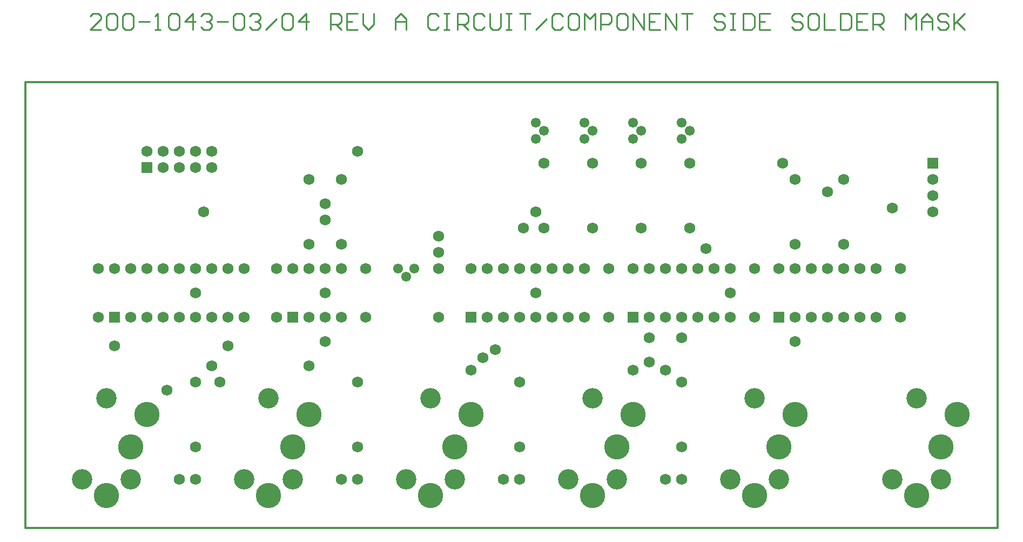
<source format=gbs>
*%FSLAX24Y24*%
*%MOIN*%
G01*
%ADD11C,0.0073*%
%ADD12C,0.0080*%
%ADD13C,0.0100*%
%ADD14C,0.0120*%
%ADD15C,0.0320*%
%ADD16C,0.0360*%
%ADD17C,0.0500*%
%ADD18C,0.0520*%
%ADD19C,0.0550*%
%ADD20C,0.0560*%
%ADD21C,0.0610*%
%ADD22C,0.0620*%
%ADD23C,0.0680*%
%ADD24C,0.0820*%
%ADD25C,0.0950*%
%ADD26C,0.1150*%
%ADD27C,0.1200*%
%ADD28C,0.1260*%
%ADD29C,0.1500*%
%ADD30C,0.1560*%
%ADD31R,0.0620X0.0620*%
%ADD32R,0.0680X0.0680*%
D13*
X69890Y95140D02*
X70556D01*
X69890D02*
X70556Y95806D01*
Y95973D01*
X70390Y96140D01*
X70057D01*
X69890Y95973D01*
X70890D02*
X71056Y96140D01*
X71390D01*
X71556Y95973D01*
Y95307D01*
X71390Y95140D01*
X71056D01*
X70890Y95307D01*
Y95973D01*
X71889D02*
X72056Y96140D01*
X72389D01*
X72556Y95973D01*
Y95307D01*
X72389Y95140D01*
X72056D01*
X71889Y95307D01*
Y95973D01*
X72889Y95640D02*
X73555D01*
X73889Y95140D02*
X74222D01*
X74055D01*
Y96140D01*
X74056D01*
X74055D02*
X73889Y95973D01*
X74722D02*
X74888Y96140D01*
X75222D01*
X75388Y95973D01*
Y95307D01*
X75222Y95140D01*
X74888D01*
X74722Y95307D01*
Y95973D01*
X76221Y96140D02*
Y95140D01*
X75721Y95640D02*
X76221Y96140D01*
X76388Y95640D02*
X75721D01*
X76721Y95973D02*
X76888Y96140D01*
X77221D01*
X77388Y95973D01*
Y95806D01*
X77389D01*
X77388D02*
X77389D01*
X77388D02*
X77389D01*
X77388D02*
X77221Y95640D01*
X77054D01*
X77221D01*
X77388Y95473D01*
Y95307D01*
X77221Y95140D01*
X76888D01*
X76721Y95307D01*
X77721Y95640D02*
X78387D01*
X78720Y95973D02*
X78887Y96140D01*
X79220D01*
X79387Y95973D01*
Y95307D01*
X79220Y95140D01*
X78887D01*
X78720Y95307D01*
Y95973D01*
X79720D02*
X79887Y96140D01*
X80220D01*
X80387Y95973D01*
Y95806D01*
X80388D01*
X80387D02*
X80388D01*
X80387D02*
X80388D01*
X80387D02*
X80220Y95640D01*
X80053D01*
X80220D01*
X80387Y95473D01*
Y95307D01*
X80220Y95140D01*
X79887D01*
X79720Y95307D01*
X80720Y95140D02*
X81386Y95806D01*
X81720Y95973D02*
X81886Y96140D01*
X82219D01*
X82386Y95973D01*
Y95307D01*
X82219Y95140D01*
X81886D01*
X81720Y95307D01*
Y95973D01*
X83219Y96140D02*
Y95140D01*
X82719Y95640D02*
X83219Y96140D01*
X83386Y95640D02*
X82719D01*
X84719Y95140D02*
Y96140D01*
X85218D01*
X85385Y95973D01*
Y95640D01*
X85218Y95473D01*
X84719D01*
X85052D02*
X85385Y95140D01*
X85718Y96140D02*
X86385D01*
X85718D02*
Y95140D01*
X86385D01*
X86051Y95640D02*
X85718D01*
X86718Y95473D02*
Y96140D01*
Y95473D02*
X87051Y95140D01*
X87384Y95473D01*
Y96140D01*
X88717Y95806D02*
Y95140D01*
Y95806D02*
X89050Y96140D01*
X89384Y95806D01*
Y95140D01*
Y95640D01*
X88717D01*
X91216Y96140D02*
X91383Y95973D01*
X91216Y96140D02*
X90883D01*
X90717Y95973D01*
Y95307D01*
X90883Y95140D01*
X91216D01*
X91383Y95307D01*
X91716Y96140D02*
X92050D01*
X91883D01*
Y95140D01*
X91716D01*
X92050D01*
X92549D02*
Y96140D01*
X93049D01*
X93216Y95973D01*
Y95640D01*
X93049Y95473D01*
X92549D01*
X92883D02*
X93216Y95140D01*
X94215Y95973D02*
X94049Y96140D01*
X93716D01*
X93549Y95973D01*
Y95307D01*
X93716Y95140D01*
X94049D01*
X94215Y95307D01*
X94549D02*
Y96140D01*
Y95307D02*
X94715Y95140D01*
X95049D01*
X95215Y95307D01*
Y96140D01*
X95548D02*
X95882D01*
X95715D01*
Y95140D01*
X95548D01*
X95882D01*
X96381Y96140D02*
X97048D01*
X96715D01*
Y95140D01*
X97381D02*
X98048Y95806D01*
X98881Y96140D02*
X99047Y95973D01*
X98881Y96140D02*
X98547D01*
X98381Y95973D01*
Y95307D01*
X98547Y95140D01*
X98881D01*
X99047Y95307D01*
X99547Y96140D02*
X99880D01*
X99547D02*
X99380Y95973D01*
Y95307D01*
X99547Y95140D01*
X99880D01*
X100047Y95307D01*
Y95973D01*
X99880Y96140D01*
X100380D02*
Y95140D01*
X100713Y95806D02*
X100380Y96140D01*
X100713Y95806D02*
X101047Y96140D01*
Y95140D01*
X101380D02*
Y96140D01*
X101880D01*
X102046Y95973D01*
Y95640D01*
X101880Y95473D01*
X101380D01*
X102546Y96140D02*
X102879D01*
X102546D02*
X102380Y95973D01*
Y95307D01*
X102546Y95140D01*
X102879D01*
X103046Y95307D01*
Y95973D01*
X102879Y96140D01*
X103379D02*
Y95140D01*
X104046D02*
X103379Y96140D01*
X104046D02*
Y95140D01*
X104379Y96140D02*
X105045D01*
X104379D02*
Y95140D01*
X105045D01*
X104712Y95640D02*
X104379D01*
X105379Y95140D02*
Y96140D01*
X106045Y95140D01*
Y96140D01*
X106378D02*
X107045D01*
X106711D01*
Y95140D01*
X108877Y96140D02*
X109044Y95973D01*
X108877Y96140D02*
X108544D01*
X108378Y95973D01*
Y95806D01*
X108544Y95640D01*
X108877D01*
X109044Y95473D01*
Y95307D01*
X108877Y95140D01*
X108544D01*
X108378Y95307D01*
X109377Y96140D02*
X109710D01*
X109544D01*
Y95140D01*
X109377D01*
X109710D01*
X110210D02*
Y96140D01*
Y95140D02*
X110710D01*
X110877Y95307D01*
Y95973D01*
X110710Y96140D01*
X110210D01*
X111210D02*
X111876D01*
X111210D02*
Y95140D01*
X111876D01*
X111543Y95640D02*
X111210D01*
X113709Y96140D02*
X113876Y95973D01*
X113709Y96140D02*
X113376D01*
X113209Y95973D01*
Y95806D01*
X113376Y95640D01*
X113709D01*
X113876Y95473D01*
Y95307D01*
X113709Y95140D01*
X113376D01*
X113209Y95307D01*
X114376Y96140D02*
X114709D01*
X114376D02*
X114209Y95973D01*
Y95307D01*
X114376Y95140D01*
X114709D01*
X114875Y95307D01*
Y95973D01*
X114709Y96140D01*
X115209D02*
Y95140D01*
X115875D01*
X116208D02*
Y96140D01*
Y95140D02*
X116708D01*
X116875Y95307D01*
Y95973D01*
X116708Y96140D01*
X116208D01*
X117208D02*
X117875D01*
X117208D02*
Y95140D01*
X117875D01*
X117541Y95640D02*
X117208D01*
X118208Y95140D02*
Y96140D01*
X118708D01*
X118874Y95973D01*
Y95640D01*
X118708Y95473D01*
X118208D01*
X118541D02*
X118874Y95140D01*
X120207D02*
Y96140D01*
X120540Y95806D01*
X120874Y96140D01*
Y95140D01*
X121207D02*
Y95806D01*
X121540Y96140D01*
X121873Y95806D01*
Y95140D01*
Y95640D01*
X121207D01*
X122706Y96140D02*
X122873Y95973D01*
X122706Y96140D02*
X122373D01*
X122206Y95973D01*
Y95806D01*
X122373Y95640D01*
X122706D01*
X122873Y95473D01*
Y95307D01*
X122706Y95140D01*
X122373D01*
X122206Y95307D01*
X123206Y95140D02*
Y96140D01*
Y95473D02*
Y95140D01*
Y95473D02*
X123873Y96140D01*
X123373Y95640D01*
X123873Y95140D01*
D14*
X65890Y91890D02*
Y64390D01*
X125890D02*
Y91890D01*
Y64390D02*
X65890D01*
Y91890D02*
X125890D01*
D21*
X106390Y88390D02*
D03*
Y89390D02*
D03*
X106890Y88890D02*
D03*
X103390Y88390D02*
D03*
Y89390D02*
D03*
X103890Y88890D02*
D03*
X97390Y88390D02*
D03*
Y89390D02*
D03*
X97890Y88890D02*
D03*
X100390Y88390D02*
D03*
Y89390D02*
D03*
X100890Y88890D02*
D03*
X88890Y80390D02*
D03*
X89390Y79890D02*
D03*
X89890Y80390D02*
D03*
D23*
X119390Y84140D02*
D03*
X115390Y85140D02*
D03*
X113390Y75890D02*
D03*
X112640Y86890D02*
D03*
X109390Y78890D02*
D03*
X107890Y81640D02*
D03*
X105390Y74140D02*
D03*
X106390Y76140D02*
D03*
X103390Y74140D02*
D03*
X104390Y76140D02*
D03*
Y74640D02*
D03*
X97390Y78890D02*
D03*
Y83890D02*
D03*
X96640Y82890D02*
D03*
X93390Y74140D02*
D03*
X94890Y75390D02*
D03*
X94140Y74890D02*
D03*
X86390Y87640D02*
D03*
X84390Y78890D02*
D03*
Y75890D02*
D03*
X83390Y74390D02*
D03*
X77890Y73390D02*
D03*
X78390Y75640D02*
D03*
X76390Y78890D02*
D03*
X77390Y74390D02*
D03*
X76890Y83890D02*
D03*
X74640Y72890D02*
D03*
X71390Y75640D02*
D03*
X121890Y85890D02*
D03*
Y84890D02*
D03*
Y83890D02*
D03*
X119890Y77390D02*
D03*
Y80390D02*
D03*
X116390Y81890D02*
D03*
Y85890D02*
D03*
X113390D02*
D03*
Y81890D02*
D03*
X106890Y86890D02*
D03*
Y82890D02*
D03*
X103890Y86890D02*
D03*
Y82890D02*
D03*
X106390Y69390D02*
D03*
Y73390D02*
D03*
X110890Y77390D02*
D03*
Y80390D02*
D03*
X103390D02*
D03*
X104390D02*
D03*
X105390D02*
D03*
X106390D02*
D03*
X107390D02*
D03*
X108390D02*
D03*
X109390D02*
D03*
Y77390D02*
D03*
X108390D02*
D03*
X107390D02*
D03*
X106390D02*
D03*
X105390D02*
D03*
X104390D02*
D03*
X112390Y80390D02*
D03*
X113390D02*
D03*
X114390D02*
D03*
X115390D02*
D03*
X116390D02*
D03*
X117390D02*
D03*
X118390D02*
D03*
Y77390D02*
D03*
X117390D02*
D03*
X116390D02*
D03*
X115390D02*
D03*
X114390D02*
D03*
X113390D02*
D03*
X106390Y67390D02*
D03*
X105390D02*
D03*
X91390Y77390D02*
D03*
Y80390D02*
D03*
X100890Y86890D02*
D03*
Y82890D02*
D03*
X97890Y86890D02*
D03*
Y82890D02*
D03*
X96390Y69390D02*
D03*
Y73390D02*
D03*
X101890Y77390D02*
D03*
Y80390D02*
D03*
X91390Y81390D02*
D03*
Y82390D02*
D03*
X93390Y80390D02*
D03*
X94390D02*
D03*
X95390D02*
D03*
X96390D02*
D03*
X97390D02*
D03*
X98390D02*
D03*
X99390D02*
D03*
X100390D02*
D03*
Y77390D02*
D03*
X99390D02*
D03*
X98390D02*
D03*
X97390D02*
D03*
X96390D02*
D03*
X95390D02*
D03*
X94390D02*
D03*
X96390Y67390D02*
D03*
X95390D02*
D03*
X76390Y87640D02*
D03*
X73390D02*
D03*
X74390Y86640D02*
D03*
Y87640D02*
D03*
X75390Y86640D02*
D03*
Y87640D02*
D03*
X76390Y86640D02*
D03*
X77390D02*
D03*
Y87640D02*
D03*
X79390Y80390D02*
D03*
Y77390D02*
D03*
X84390Y84390D02*
D03*
Y83390D02*
D03*
X85390Y85890D02*
D03*
Y81890D02*
D03*
X83390Y85890D02*
D03*
Y81890D02*
D03*
X86390Y69390D02*
D03*
Y73390D02*
D03*
X76390Y69390D02*
D03*
Y73390D02*
D03*
X81390Y77390D02*
D03*
Y80390D02*
D03*
X86890D02*
D03*
Y77390D02*
D03*
X82390Y80390D02*
D03*
X83390D02*
D03*
X84390D02*
D03*
X85390D02*
D03*
Y77390D02*
D03*
X84390D02*
D03*
X83390D02*
D03*
X76390Y67390D02*
D03*
X75390D02*
D03*
X86390D02*
D03*
X85390D02*
D03*
X70390Y77390D02*
D03*
Y80390D02*
D03*
X71390D02*
D03*
X72390D02*
D03*
X73390D02*
D03*
X74390D02*
D03*
X75390D02*
D03*
X76390D02*
D03*
X77390D02*
D03*
X78390D02*
D03*
Y77390D02*
D03*
X77390D02*
D03*
X76390D02*
D03*
X75390D02*
D03*
X74390D02*
D03*
X73390D02*
D03*
X72390D02*
D03*
D28*
X120890Y72390D02*
D03*
X122390Y67390D02*
D03*
X119390D02*
D03*
X110890Y72390D02*
D03*
X112390Y67390D02*
D03*
X109390D02*
D03*
X90890Y72390D02*
D03*
X92390Y67390D02*
D03*
X89390D02*
D03*
X100890Y72390D02*
D03*
X102390Y67390D02*
D03*
X99390D02*
D03*
X80890Y72390D02*
D03*
X82390Y67390D02*
D03*
X79390D02*
D03*
X70890Y72390D02*
D03*
X72390Y67390D02*
D03*
X69390D02*
D03*
D30*
X120890Y66390D02*
D03*
X122390Y69390D02*
D03*
X123390Y71390D02*
D03*
X110890Y66390D02*
D03*
X112390Y69390D02*
D03*
X113390Y71390D02*
D03*
X90890Y66390D02*
D03*
X92390Y69390D02*
D03*
X93390Y71390D02*
D03*
X100890Y66390D02*
D03*
X102390Y69390D02*
D03*
X103390Y71390D02*
D03*
X80890Y66390D02*
D03*
X82390Y69390D02*
D03*
X83390Y71390D02*
D03*
X70890Y66390D02*
D03*
X72390Y69390D02*
D03*
X73390Y71390D02*
D03*
D32*
X121890Y86890D02*
D03*
X103390Y77390D02*
D03*
X112390D02*
D03*
X93390D02*
D03*
X73390Y86640D02*
D03*
X82390Y77390D02*
D03*
X71390D02*
D03*
M02*

</source>
